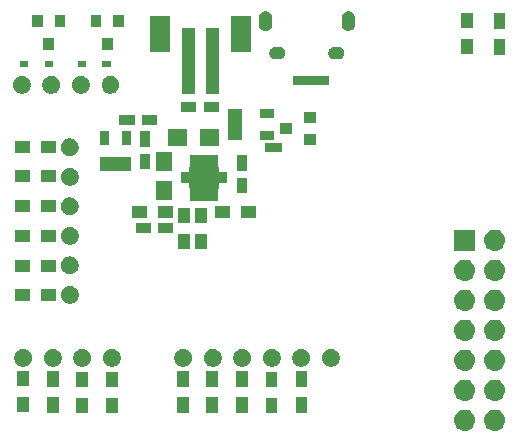
<source format=gbr>
G04 #@! TF.GenerationSoftware,KiCad,Pcbnew,(5.1.2)-1*
G04 #@! TF.CreationDate,2020-12-24T11:55:47-05:00*
G04 #@! TF.ProjectId,Glove PCB,476c6f76-6520-4504-9342-2e6b69636164,rev?*
G04 #@! TF.SameCoordinates,PX1312d00PYb80f240*
G04 #@! TF.FileFunction,Soldermask,Bot*
G04 #@! TF.FilePolarity,Negative*
%FSLAX46Y46*%
G04 Gerber Fmt 4.6, Leading zero omitted, Abs format (unit mm)*
G04 Created by KiCad (PCBNEW (5.1.2)-1) date 2020-12-24 11:55:47*
%MOMM*%
%LPD*%
G04 APERTURE LIST*
%ADD10C,0.100000*%
G04 APERTURE END LIST*
D10*
G36*
X40714842Y3445282D02*
G01*
X40781027Y3438763D01*
X40950866Y3387243D01*
X41107391Y3303578D01*
X41143129Y3274248D01*
X41244586Y3190986D01*
X41327848Y3089529D01*
X41357178Y3053791D01*
X41440843Y2897266D01*
X41492363Y2727427D01*
X41509759Y2550800D01*
X41492363Y2374173D01*
X41440843Y2204334D01*
X41357178Y2047809D01*
X41327848Y2012071D01*
X41244586Y1910614D01*
X41143129Y1827352D01*
X41107391Y1798022D01*
X40950866Y1714357D01*
X40781027Y1662837D01*
X40714842Y1656318D01*
X40648660Y1649800D01*
X40560140Y1649800D01*
X40493958Y1656318D01*
X40427773Y1662837D01*
X40257934Y1714357D01*
X40101409Y1798022D01*
X40065671Y1827352D01*
X39964214Y1910614D01*
X39880952Y2012071D01*
X39851622Y2047809D01*
X39767957Y2204334D01*
X39716437Y2374173D01*
X39699041Y2550800D01*
X39716437Y2727427D01*
X39767957Y2897266D01*
X39851622Y3053791D01*
X39880952Y3089529D01*
X39964214Y3190986D01*
X40065671Y3274248D01*
X40101409Y3303578D01*
X40257934Y3387243D01*
X40427773Y3438763D01*
X40493958Y3445282D01*
X40560140Y3451800D01*
X40648660Y3451800D01*
X40714842Y3445282D01*
X40714842Y3445282D01*
G37*
G36*
X43254842Y3445282D02*
G01*
X43321027Y3438763D01*
X43490866Y3387243D01*
X43647391Y3303578D01*
X43683129Y3274248D01*
X43784586Y3190986D01*
X43867848Y3089529D01*
X43897178Y3053791D01*
X43980843Y2897266D01*
X44032363Y2727427D01*
X44049759Y2550800D01*
X44032363Y2374173D01*
X43980843Y2204334D01*
X43897178Y2047809D01*
X43867848Y2012071D01*
X43784586Y1910614D01*
X43683129Y1827352D01*
X43647391Y1798022D01*
X43490866Y1714357D01*
X43321027Y1662837D01*
X43254842Y1656318D01*
X43188660Y1649800D01*
X43100140Y1649800D01*
X43033958Y1656318D01*
X42967773Y1662837D01*
X42797934Y1714357D01*
X42641409Y1798022D01*
X42605671Y1827352D01*
X42504214Y1910614D01*
X42420952Y2012071D01*
X42391622Y2047809D01*
X42307957Y2204334D01*
X42256437Y2374173D01*
X42239041Y2550800D01*
X42256437Y2727427D01*
X42307957Y2897266D01*
X42391622Y3053791D01*
X42420952Y3089529D01*
X42504214Y3190986D01*
X42605671Y3274248D01*
X42641409Y3303578D01*
X42797934Y3387243D01*
X42967773Y3438763D01*
X43033958Y3445282D01*
X43100140Y3451800D01*
X43188660Y3451800D01*
X43254842Y3445282D01*
X43254842Y3445282D01*
G37*
G36*
X24760500Y3162000D02*
G01*
X23758500Y3162000D01*
X23758500Y4464000D01*
X24760500Y4464000D01*
X24760500Y3162000D01*
X24760500Y3162000D01*
G37*
G36*
X11235000Y3162000D02*
G01*
X10233000Y3162000D01*
X10233000Y4464000D01*
X11235000Y4464000D01*
X11235000Y3162000D01*
X11235000Y3162000D01*
G37*
G36*
X8695000Y3162000D02*
G01*
X7693000Y3162000D01*
X7693000Y4464000D01*
X8695000Y4464000D01*
X8695000Y3162000D01*
X8695000Y3162000D01*
G37*
G36*
X6282000Y3205000D02*
G01*
X5280000Y3205000D01*
X5280000Y4507000D01*
X6282000Y4507000D01*
X6282000Y3205000D01*
X6282000Y3205000D01*
G37*
G36*
X27300500Y3205000D02*
G01*
X26298500Y3205000D01*
X26298500Y4507000D01*
X27300500Y4507000D01*
X27300500Y3205000D01*
X27300500Y3205000D01*
G37*
G36*
X22284000Y3205000D02*
G01*
X21282000Y3205000D01*
X21282000Y4507000D01*
X22284000Y4507000D01*
X22284000Y3205000D01*
X22284000Y3205000D01*
G37*
G36*
X19744000Y3205000D02*
G01*
X18742000Y3205000D01*
X18742000Y4507000D01*
X19744000Y4507000D01*
X19744000Y3205000D01*
X19744000Y3205000D01*
G37*
G36*
X17267500Y3205000D02*
G01*
X16265500Y3205000D01*
X16265500Y4507000D01*
X17267500Y4507000D01*
X17267500Y3205000D01*
X17267500Y3205000D01*
G37*
G36*
X3742000Y3246000D02*
G01*
X2740000Y3246000D01*
X2740000Y4548000D01*
X3742000Y4548000D01*
X3742000Y3246000D01*
X3742000Y3246000D01*
G37*
G36*
X43254843Y5985281D02*
G01*
X43321027Y5978763D01*
X43490866Y5927243D01*
X43647391Y5843578D01*
X43683129Y5814248D01*
X43784586Y5730986D01*
X43867848Y5629529D01*
X43897178Y5593791D01*
X43980843Y5437266D01*
X44032363Y5267427D01*
X44049759Y5090800D01*
X44032363Y4914173D01*
X43980843Y4744334D01*
X43897178Y4587809D01*
X43867848Y4552071D01*
X43784586Y4450614D01*
X43683129Y4367352D01*
X43647391Y4338022D01*
X43490866Y4254357D01*
X43321027Y4202837D01*
X43254843Y4196319D01*
X43188660Y4189800D01*
X43100140Y4189800D01*
X43033957Y4196319D01*
X42967773Y4202837D01*
X42797934Y4254357D01*
X42641409Y4338022D01*
X42605671Y4367352D01*
X42504214Y4450614D01*
X42420952Y4552071D01*
X42391622Y4587809D01*
X42307957Y4744334D01*
X42256437Y4914173D01*
X42239041Y5090800D01*
X42256437Y5267427D01*
X42307957Y5437266D01*
X42391622Y5593791D01*
X42420952Y5629529D01*
X42504214Y5730986D01*
X42605671Y5814248D01*
X42641409Y5843578D01*
X42797934Y5927243D01*
X42967773Y5978763D01*
X43033957Y5985281D01*
X43100140Y5991800D01*
X43188660Y5991800D01*
X43254843Y5985281D01*
X43254843Y5985281D01*
G37*
G36*
X40714843Y5985281D02*
G01*
X40781027Y5978763D01*
X40950866Y5927243D01*
X41107391Y5843578D01*
X41143129Y5814248D01*
X41244586Y5730986D01*
X41327848Y5629529D01*
X41357178Y5593791D01*
X41440843Y5437266D01*
X41492363Y5267427D01*
X41509759Y5090800D01*
X41492363Y4914173D01*
X41440843Y4744334D01*
X41357178Y4587809D01*
X41327848Y4552071D01*
X41244586Y4450614D01*
X41143129Y4367352D01*
X41107391Y4338022D01*
X40950866Y4254357D01*
X40781027Y4202837D01*
X40714843Y4196319D01*
X40648660Y4189800D01*
X40560140Y4189800D01*
X40493957Y4196319D01*
X40427773Y4202837D01*
X40257934Y4254357D01*
X40101409Y4338022D01*
X40065671Y4367352D01*
X39964214Y4450614D01*
X39880952Y4552071D01*
X39851622Y4587809D01*
X39767957Y4744334D01*
X39716437Y4914173D01*
X39699041Y5090800D01*
X39716437Y5267427D01*
X39767957Y5437266D01*
X39851622Y5593791D01*
X39880952Y5629529D01*
X39964214Y5730986D01*
X40065671Y5814248D01*
X40101409Y5843578D01*
X40257934Y5927243D01*
X40427773Y5978763D01*
X40493957Y5985281D01*
X40560140Y5991800D01*
X40648660Y5991800D01*
X40714843Y5985281D01*
X40714843Y5985281D01*
G37*
G36*
X8695000Y5362000D02*
G01*
X7693000Y5362000D01*
X7693000Y6664000D01*
X8695000Y6664000D01*
X8695000Y5362000D01*
X8695000Y5362000D01*
G37*
G36*
X11235000Y5362000D02*
G01*
X10233000Y5362000D01*
X10233000Y6664000D01*
X11235000Y6664000D01*
X11235000Y5362000D01*
X11235000Y5362000D01*
G37*
G36*
X24760500Y5362000D02*
G01*
X23758500Y5362000D01*
X23758500Y6664000D01*
X24760500Y6664000D01*
X24760500Y5362000D01*
X24760500Y5362000D01*
G37*
G36*
X19744000Y5405000D02*
G01*
X18742000Y5405000D01*
X18742000Y6707000D01*
X19744000Y6707000D01*
X19744000Y5405000D01*
X19744000Y5405000D01*
G37*
G36*
X6282000Y5405000D02*
G01*
X5280000Y5405000D01*
X5280000Y6707000D01*
X6282000Y6707000D01*
X6282000Y5405000D01*
X6282000Y5405000D01*
G37*
G36*
X17267500Y5405000D02*
G01*
X16265500Y5405000D01*
X16265500Y6707000D01*
X17267500Y6707000D01*
X17267500Y5405000D01*
X17267500Y5405000D01*
G37*
G36*
X27300500Y5405000D02*
G01*
X26298500Y5405000D01*
X26298500Y6707000D01*
X27300500Y6707000D01*
X27300500Y5405000D01*
X27300500Y5405000D01*
G37*
G36*
X22284000Y5405000D02*
G01*
X21282000Y5405000D01*
X21282000Y6707000D01*
X22284000Y6707000D01*
X22284000Y5405000D01*
X22284000Y5405000D01*
G37*
G36*
X3742000Y5446000D02*
G01*
X2740000Y5446000D01*
X2740000Y6748000D01*
X3742000Y6748000D01*
X3742000Y5446000D01*
X3742000Y5446000D01*
G37*
G36*
X40714843Y8525281D02*
G01*
X40781027Y8518763D01*
X40950866Y8467243D01*
X41107391Y8383578D01*
X41143129Y8354248D01*
X41244586Y8270986D01*
X41327848Y8169529D01*
X41357178Y8133791D01*
X41440843Y7977266D01*
X41492363Y7807427D01*
X41509759Y7630800D01*
X41492363Y7454173D01*
X41440843Y7284334D01*
X41357178Y7127809D01*
X41345273Y7113303D01*
X41244586Y6990614D01*
X41143129Y6907352D01*
X41107391Y6878022D01*
X40950866Y6794357D01*
X40781027Y6742837D01*
X40714843Y6736319D01*
X40648660Y6729800D01*
X40560140Y6729800D01*
X40493957Y6736319D01*
X40427773Y6742837D01*
X40257934Y6794357D01*
X40101409Y6878022D01*
X40065671Y6907352D01*
X39964214Y6990614D01*
X39863527Y7113303D01*
X39851622Y7127809D01*
X39767957Y7284334D01*
X39716437Y7454173D01*
X39699041Y7630800D01*
X39716437Y7807427D01*
X39767957Y7977266D01*
X39851622Y8133791D01*
X39880952Y8169529D01*
X39964214Y8270986D01*
X40065671Y8354248D01*
X40101409Y8383578D01*
X40257934Y8467243D01*
X40427773Y8518763D01*
X40493957Y8525281D01*
X40560140Y8531800D01*
X40648660Y8531800D01*
X40714843Y8525281D01*
X40714843Y8525281D01*
G37*
G36*
X43254843Y8525281D02*
G01*
X43321027Y8518763D01*
X43490866Y8467243D01*
X43647391Y8383578D01*
X43683129Y8354248D01*
X43784586Y8270986D01*
X43867848Y8169529D01*
X43897178Y8133791D01*
X43980843Y7977266D01*
X44032363Y7807427D01*
X44049759Y7630800D01*
X44032363Y7454173D01*
X43980843Y7284334D01*
X43897178Y7127809D01*
X43885273Y7113303D01*
X43784586Y6990614D01*
X43683129Y6907352D01*
X43647391Y6878022D01*
X43490866Y6794357D01*
X43321027Y6742837D01*
X43254843Y6736319D01*
X43188660Y6729800D01*
X43100140Y6729800D01*
X43033957Y6736319D01*
X42967773Y6742837D01*
X42797934Y6794357D01*
X42641409Y6878022D01*
X42605671Y6907352D01*
X42504214Y6990614D01*
X42403527Y7113303D01*
X42391622Y7127809D01*
X42307957Y7284334D01*
X42256437Y7454173D01*
X42239041Y7630800D01*
X42256437Y7807427D01*
X42307957Y7977266D01*
X42391622Y8133791D01*
X42420952Y8169529D01*
X42504214Y8270986D01*
X42605671Y8354248D01*
X42641409Y8383578D01*
X42797934Y8467243D01*
X42967773Y8518763D01*
X43033957Y8525281D01*
X43100140Y8531800D01*
X43188660Y8531800D01*
X43254843Y8525281D01*
X43254843Y8525281D01*
G37*
G36*
X3328425Y8579401D02*
G01*
X3452621Y8554698D01*
X3589022Y8498199D01*
X3711779Y8416175D01*
X3816175Y8311779D01*
X3898199Y8189022D01*
X3954698Y8052621D01*
X3983500Y7907819D01*
X3983500Y7760181D01*
X3954698Y7615379D01*
X3898199Y7478978D01*
X3816175Y7356221D01*
X3711779Y7251825D01*
X3589022Y7169801D01*
X3452621Y7113302D01*
X3328425Y7088599D01*
X3307820Y7084500D01*
X3160180Y7084500D01*
X3139575Y7088599D01*
X3015379Y7113302D01*
X2878978Y7169801D01*
X2756221Y7251825D01*
X2651825Y7356221D01*
X2569801Y7478978D01*
X2513302Y7615379D01*
X2484500Y7760181D01*
X2484500Y7907819D01*
X2513302Y8052621D01*
X2569801Y8189022D01*
X2651825Y8311779D01*
X2756221Y8416175D01*
X2878978Y8498199D01*
X3015379Y8554698D01*
X3139575Y8579401D01*
X3160180Y8583500D01*
X3307820Y8583500D01*
X3328425Y8579401D01*
X3328425Y8579401D01*
G37*
G36*
X29370425Y8579401D02*
G01*
X29494621Y8554698D01*
X29631022Y8498199D01*
X29753779Y8416175D01*
X29858175Y8311779D01*
X29940199Y8189022D01*
X29996698Y8052621D01*
X30025500Y7907819D01*
X30025500Y7760181D01*
X29996698Y7615379D01*
X29940199Y7478978D01*
X29858175Y7356221D01*
X29753779Y7251825D01*
X29631022Y7169801D01*
X29494621Y7113302D01*
X29370425Y7088599D01*
X29349820Y7084500D01*
X29202180Y7084500D01*
X29181575Y7088599D01*
X29057379Y7113302D01*
X28920978Y7169801D01*
X28798221Y7251825D01*
X28693825Y7356221D01*
X28611801Y7478978D01*
X28555302Y7615379D01*
X28526500Y7760181D01*
X28526500Y7907819D01*
X28555302Y8052621D01*
X28611801Y8189022D01*
X28693825Y8311779D01*
X28798221Y8416175D01*
X28920978Y8498199D01*
X29057379Y8554698D01*
X29181575Y8579401D01*
X29202180Y8583500D01*
X29349820Y8583500D01*
X29370425Y8579401D01*
X29370425Y8579401D01*
G37*
G36*
X26870425Y8579401D02*
G01*
X26994621Y8554698D01*
X27131022Y8498199D01*
X27253779Y8416175D01*
X27358175Y8311779D01*
X27440199Y8189022D01*
X27496698Y8052621D01*
X27525500Y7907819D01*
X27525500Y7760181D01*
X27496698Y7615379D01*
X27440199Y7478978D01*
X27358175Y7356221D01*
X27253779Y7251825D01*
X27131022Y7169801D01*
X26994621Y7113302D01*
X26870425Y7088599D01*
X26849820Y7084500D01*
X26702180Y7084500D01*
X26681575Y7088599D01*
X26557379Y7113302D01*
X26420978Y7169801D01*
X26298221Y7251825D01*
X26193825Y7356221D01*
X26111801Y7478978D01*
X26055302Y7615379D01*
X26026500Y7760181D01*
X26026500Y7907819D01*
X26055302Y8052621D01*
X26111801Y8189022D01*
X26193825Y8311779D01*
X26298221Y8416175D01*
X26420978Y8498199D01*
X26557379Y8554698D01*
X26681575Y8579401D01*
X26702180Y8583500D01*
X26849820Y8583500D01*
X26870425Y8579401D01*
X26870425Y8579401D01*
G37*
G36*
X5828425Y8579401D02*
G01*
X5952621Y8554698D01*
X6089022Y8498199D01*
X6211779Y8416175D01*
X6316175Y8311779D01*
X6398199Y8189022D01*
X6454698Y8052621D01*
X6483500Y7907819D01*
X6483500Y7760181D01*
X6454698Y7615379D01*
X6398199Y7478978D01*
X6316175Y7356221D01*
X6211779Y7251825D01*
X6089022Y7169801D01*
X5952621Y7113302D01*
X5828425Y7088599D01*
X5807820Y7084500D01*
X5660180Y7084500D01*
X5639575Y7088599D01*
X5515379Y7113302D01*
X5378978Y7169801D01*
X5256221Y7251825D01*
X5151825Y7356221D01*
X5069801Y7478978D01*
X5013302Y7615379D01*
X4984500Y7760181D01*
X4984500Y7907819D01*
X5013302Y8052621D01*
X5069801Y8189022D01*
X5151825Y8311779D01*
X5256221Y8416175D01*
X5378978Y8498199D01*
X5515379Y8554698D01*
X5639575Y8579401D01*
X5660180Y8583500D01*
X5807820Y8583500D01*
X5828425Y8579401D01*
X5828425Y8579401D01*
G37*
G36*
X8328425Y8579401D02*
G01*
X8452621Y8554698D01*
X8589022Y8498199D01*
X8711779Y8416175D01*
X8816175Y8311779D01*
X8898199Y8189022D01*
X8954698Y8052621D01*
X8983500Y7907819D01*
X8983500Y7760181D01*
X8954698Y7615379D01*
X8898199Y7478978D01*
X8816175Y7356221D01*
X8711779Y7251825D01*
X8589022Y7169801D01*
X8452621Y7113302D01*
X8328425Y7088599D01*
X8307820Y7084500D01*
X8160180Y7084500D01*
X8139575Y7088599D01*
X8015379Y7113302D01*
X7878978Y7169801D01*
X7756221Y7251825D01*
X7651825Y7356221D01*
X7569801Y7478978D01*
X7513302Y7615379D01*
X7484500Y7760181D01*
X7484500Y7907819D01*
X7513302Y8052621D01*
X7569801Y8189022D01*
X7651825Y8311779D01*
X7756221Y8416175D01*
X7878978Y8498199D01*
X8015379Y8554698D01*
X8139575Y8579401D01*
X8160180Y8583500D01*
X8307820Y8583500D01*
X8328425Y8579401D01*
X8328425Y8579401D01*
G37*
G36*
X16870425Y8579401D02*
G01*
X16994621Y8554698D01*
X17131022Y8498199D01*
X17253779Y8416175D01*
X17358175Y8311779D01*
X17440199Y8189022D01*
X17496698Y8052621D01*
X17525500Y7907819D01*
X17525500Y7760181D01*
X17496698Y7615379D01*
X17440199Y7478978D01*
X17358175Y7356221D01*
X17253779Y7251825D01*
X17131022Y7169801D01*
X16994621Y7113302D01*
X16870425Y7088599D01*
X16849820Y7084500D01*
X16702180Y7084500D01*
X16681575Y7088599D01*
X16557379Y7113302D01*
X16420978Y7169801D01*
X16298221Y7251825D01*
X16193825Y7356221D01*
X16111801Y7478978D01*
X16055302Y7615379D01*
X16026500Y7760181D01*
X16026500Y7907819D01*
X16055302Y8052621D01*
X16111801Y8189022D01*
X16193825Y8311779D01*
X16298221Y8416175D01*
X16420978Y8498199D01*
X16557379Y8554698D01*
X16681575Y8579401D01*
X16702180Y8583500D01*
X16849820Y8583500D01*
X16870425Y8579401D01*
X16870425Y8579401D01*
G37*
G36*
X19370425Y8579401D02*
G01*
X19494621Y8554698D01*
X19631022Y8498199D01*
X19753779Y8416175D01*
X19858175Y8311779D01*
X19940199Y8189022D01*
X19996698Y8052621D01*
X20025500Y7907819D01*
X20025500Y7760181D01*
X19996698Y7615379D01*
X19940199Y7478978D01*
X19858175Y7356221D01*
X19753779Y7251825D01*
X19631022Y7169801D01*
X19494621Y7113302D01*
X19370425Y7088599D01*
X19349820Y7084500D01*
X19202180Y7084500D01*
X19181575Y7088599D01*
X19057379Y7113302D01*
X18920978Y7169801D01*
X18798221Y7251825D01*
X18693825Y7356221D01*
X18611801Y7478978D01*
X18555302Y7615379D01*
X18526500Y7760181D01*
X18526500Y7907819D01*
X18555302Y8052621D01*
X18611801Y8189022D01*
X18693825Y8311779D01*
X18798221Y8416175D01*
X18920978Y8498199D01*
X19057379Y8554698D01*
X19181575Y8579401D01*
X19202180Y8583500D01*
X19349820Y8583500D01*
X19370425Y8579401D01*
X19370425Y8579401D01*
G37*
G36*
X21870425Y8579401D02*
G01*
X21994621Y8554698D01*
X22131022Y8498199D01*
X22253779Y8416175D01*
X22358175Y8311779D01*
X22440199Y8189022D01*
X22496698Y8052621D01*
X22525500Y7907819D01*
X22525500Y7760181D01*
X22496698Y7615379D01*
X22440199Y7478978D01*
X22358175Y7356221D01*
X22253779Y7251825D01*
X22131022Y7169801D01*
X21994621Y7113302D01*
X21870425Y7088599D01*
X21849820Y7084500D01*
X21702180Y7084500D01*
X21681575Y7088599D01*
X21557379Y7113302D01*
X21420978Y7169801D01*
X21298221Y7251825D01*
X21193825Y7356221D01*
X21111801Y7478978D01*
X21055302Y7615379D01*
X21026500Y7760181D01*
X21026500Y7907819D01*
X21055302Y8052621D01*
X21111801Y8189022D01*
X21193825Y8311779D01*
X21298221Y8416175D01*
X21420978Y8498199D01*
X21557379Y8554698D01*
X21681575Y8579401D01*
X21702180Y8583500D01*
X21849820Y8583500D01*
X21870425Y8579401D01*
X21870425Y8579401D01*
G37*
G36*
X24370425Y8579401D02*
G01*
X24494621Y8554698D01*
X24631022Y8498199D01*
X24753779Y8416175D01*
X24858175Y8311779D01*
X24940199Y8189022D01*
X24996698Y8052621D01*
X25025500Y7907819D01*
X25025500Y7760181D01*
X24996698Y7615379D01*
X24940199Y7478978D01*
X24858175Y7356221D01*
X24753779Y7251825D01*
X24631022Y7169801D01*
X24494621Y7113302D01*
X24370425Y7088599D01*
X24349820Y7084500D01*
X24202180Y7084500D01*
X24181575Y7088599D01*
X24057379Y7113302D01*
X23920978Y7169801D01*
X23798221Y7251825D01*
X23693825Y7356221D01*
X23611801Y7478978D01*
X23555302Y7615379D01*
X23526500Y7760181D01*
X23526500Y7907819D01*
X23555302Y8052621D01*
X23611801Y8189022D01*
X23693825Y8311779D01*
X23798221Y8416175D01*
X23920978Y8498199D01*
X24057379Y8554698D01*
X24181575Y8579401D01*
X24202180Y8583500D01*
X24349820Y8583500D01*
X24370425Y8579401D01*
X24370425Y8579401D01*
G37*
G36*
X10828425Y8579401D02*
G01*
X10952621Y8554698D01*
X11089022Y8498199D01*
X11211779Y8416175D01*
X11316175Y8311779D01*
X11398199Y8189022D01*
X11454698Y8052621D01*
X11483500Y7907819D01*
X11483500Y7760181D01*
X11454698Y7615379D01*
X11398199Y7478978D01*
X11316175Y7356221D01*
X11211779Y7251825D01*
X11089022Y7169801D01*
X10952621Y7113302D01*
X10828425Y7088599D01*
X10807820Y7084500D01*
X10660180Y7084500D01*
X10639575Y7088599D01*
X10515379Y7113302D01*
X10378978Y7169801D01*
X10256221Y7251825D01*
X10151825Y7356221D01*
X10069801Y7478978D01*
X10013302Y7615379D01*
X9984500Y7760181D01*
X9984500Y7907819D01*
X10013302Y8052621D01*
X10069801Y8189022D01*
X10151825Y8311779D01*
X10256221Y8416175D01*
X10378978Y8498199D01*
X10515379Y8554698D01*
X10639575Y8579401D01*
X10660180Y8583500D01*
X10807820Y8583500D01*
X10828425Y8579401D01*
X10828425Y8579401D01*
G37*
G36*
X43254843Y11065281D02*
G01*
X43321027Y11058763D01*
X43490866Y11007243D01*
X43647391Y10923578D01*
X43683129Y10894248D01*
X43784586Y10810986D01*
X43867848Y10709529D01*
X43897178Y10673791D01*
X43980843Y10517266D01*
X44032363Y10347427D01*
X44049759Y10170800D01*
X44032363Y9994173D01*
X43980843Y9824334D01*
X43897178Y9667809D01*
X43867848Y9632071D01*
X43784586Y9530614D01*
X43683129Y9447352D01*
X43647391Y9418022D01*
X43490866Y9334357D01*
X43321027Y9282837D01*
X43254842Y9276318D01*
X43188660Y9269800D01*
X43100140Y9269800D01*
X43033958Y9276318D01*
X42967773Y9282837D01*
X42797934Y9334357D01*
X42641409Y9418022D01*
X42605671Y9447352D01*
X42504214Y9530614D01*
X42420952Y9632071D01*
X42391622Y9667809D01*
X42307957Y9824334D01*
X42256437Y9994173D01*
X42239041Y10170800D01*
X42256437Y10347427D01*
X42307957Y10517266D01*
X42391622Y10673791D01*
X42420952Y10709529D01*
X42504214Y10810986D01*
X42605671Y10894248D01*
X42641409Y10923578D01*
X42797934Y11007243D01*
X42967773Y11058763D01*
X43033957Y11065281D01*
X43100140Y11071800D01*
X43188660Y11071800D01*
X43254843Y11065281D01*
X43254843Y11065281D01*
G37*
G36*
X40714843Y11065281D02*
G01*
X40781027Y11058763D01*
X40950866Y11007243D01*
X41107391Y10923578D01*
X41143129Y10894248D01*
X41244586Y10810986D01*
X41327848Y10709529D01*
X41357178Y10673791D01*
X41440843Y10517266D01*
X41492363Y10347427D01*
X41509759Y10170800D01*
X41492363Y9994173D01*
X41440843Y9824334D01*
X41357178Y9667809D01*
X41327848Y9632071D01*
X41244586Y9530614D01*
X41143129Y9447352D01*
X41107391Y9418022D01*
X40950866Y9334357D01*
X40781027Y9282837D01*
X40714842Y9276318D01*
X40648660Y9269800D01*
X40560140Y9269800D01*
X40493958Y9276318D01*
X40427773Y9282837D01*
X40257934Y9334357D01*
X40101409Y9418022D01*
X40065671Y9447352D01*
X39964214Y9530614D01*
X39880952Y9632071D01*
X39851622Y9667809D01*
X39767957Y9824334D01*
X39716437Y9994173D01*
X39699041Y10170800D01*
X39716437Y10347427D01*
X39767957Y10517266D01*
X39851622Y10673791D01*
X39880952Y10709529D01*
X39964214Y10810986D01*
X40065671Y10894248D01*
X40101409Y10923578D01*
X40257934Y11007243D01*
X40427773Y11058763D01*
X40493957Y11065281D01*
X40560140Y11071800D01*
X40648660Y11071800D01*
X40714843Y11065281D01*
X40714843Y11065281D01*
G37*
G36*
X43254842Y13605282D02*
G01*
X43321027Y13598763D01*
X43490866Y13547243D01*
X43647391Y13463578D01*
X43683129Y13434248D01*
X43784586Y13350986D01*
X43867848Y13249529D01*
X43897178Y13213791D01*
X43980843Y13057266D01*
X44032363Y12887427D01*
X44049759Y12710800D01*
X44032363Y12534173D01*
X43980843Y12364334D01*
X43897178Y12207809D01*
X43867848Y12172071D01*
X43784586Y12070614D01*
X43683129Y11987352D01*
X43647391Y11958022D01*
X43490866Y11874357D01*
X43321027Y11822837D01*
X43254843Y11816319D01*
X43188660Y11809800D01*
X43100140Y11809800D01*
X43033957Y11816319D01*
X42967773Y11822837D01*
X42797934Y11874357D01*
X42641409Y11958022D01*
X42605671Y11987352D01*
X42504214Y12070614D01*
X42420952Y12172071D01*
X42391622Y12207809D01*
X42307957Y12364334D01*
X42256437Y12534173D01*
X42239041Y12710800D01*
X42256437Y12887427D01*
X42307957Y13057266D01*
X42391622Y13213791D01*
X42420952Y13249529D01*
X42504214Y13350986D01*
X42605671Y13434248D01*
X42641409Y13463578D01*
X42797934Y13547243D01*
X42967773Y13598763D01*
X43033958Y13605282D01*
X43100140Y13611800D01*
X43188660Y13611800D01*
X43254842Y13605282D01*
X43254842Y13605282D01*
G37*
G36*
X40714842Y13605282D02*
G01*
X40781027Y13598763D01*
X40950866Y13547243D01*
X41107391Y13463578D01*
X41143129Y13434248D01*
X41244586Y13350986D01*
X41327848Y13249529D01*
X41357178Y13213791D01*
X41440843Y13057266D01*
X41492363Y12887427D01*
X41509759Y12710800D01*
X41492363Y12534173D01*
X41440843Y12364334D01*
X41357178Y12207809D01*
X41327848Y12172071D01*
X41244586Y12070614D01*
X41143129Y11987352D01*
X41107391Y11958022D01*
X40950866Y11874357D01*
X40781027Y11822837D01*
X40714843Y11816319D01*
X40648660Y11809800D01*
X40560140Y11809800D01*
X40493957Y11816319D01*
X40427773Y11822837D01*
X40257934Y11874357D01*
X40101409Y11958022D01*
X40065671Y11987352D01*
X39964214Y12070614D01*
X39880952Y12172071D01*
X39851622Y12207809D01*
X39767957Y12364334D01*
X39716437Y12534173D01*
X39699041Y12710800D01*
X39716437Y12887427D01*
X39767957Y13057266D01*
X39851622Y13213791D01*
X39880952Y13249529D01*
X39964214Y13350986D01*
X40065671Y13434248D01*
X40101409Y13463578D01*
X40257934Y13547243D01*
X40427773Y13598763D01*
X40493958Y13605282D01*
X40560140Y13611800D01*
X40648660Y13611800D01*
X40714842Y13605282D01*
X40714842Y13605282D01*
G37*
G36*
X7272425Y13913401D02*
G01*
X7396621Y13888698D01*
X7533022Y13832199D01*
X7655779Y13750175D01*
X7760175Y13645779D01*
X7842199Y13523022D01*
X7898698Y13386621D01*
X7927500Y13241819D01*
X7927500Y13094181D01*
X7898698Y12949379D01*
X7842199Y12812978D01*
X7760175Y12690221D01*
X7655779Y12585825D01*
X7533022Y12503801D01*
X7396621Y12447302D01*
X7272425Y12422599D01*
X7251820Y12418500D01*
X7104180Y12418500D01*
X7083575Y12422599D01*
X6959379Y12447302D01*
X6822978Y12503801D01*
X6700221Y12585825D01*
X6595825Y12690221D01*
X6513801Y12812978D01*
X6457302Y12949379D01*
X6428500Y13094181D01*
X6428500Y13241819D01*
X6457302Y13386621D01*
X6513801Y13523022D01*
X6595825Y13645779D01*
X6700221Y13750175D01*
X6822978Y13832199D01*
X6959379Y13888698D01*
X7083575Y13913401D01*
X7104180Y13917500D01*
X7251820Y13917500D01*
X7272425Y13913401D01*
X7272425Y13913401D01*
G37*
G36*
X6051000Y12667000D02*
G01*
X4749000Y12667000D01*
X4749000Y13669000D01*
X6051000Y13669000D01*
X6051000Y12667000D01*
X6051000Y12667000D01*
G37*
G36*
X3851000Y12667000D02*
G01*
X2549000Y12667000D01*
X2549000Y13669000D01*
X3851000Y13669000D01*
X3851000Y12667000D01*
X3851000Y12667000D01*
G37*
G36*
X43249791Y16145779D02*
G01*
X43321027Y16138763D01*
X43490866Y16087243D01*
X43647391Y16003578D01*
X43683129Y15974248D01*
X43784586Y15890986D01*
X43867848Y15789529D01*
X43897178Y15753791D01*
X43980843Y15597266D01*
X44032363Y15427427D01*
X44049759Y15250800D01*
X44032363Y15074173D01*
X43980843Y14904334D01*
X43897178Y14747809D01*
X43867848Y14712071D01*
X43784586Y14610614D01*
X43683129Y14527352D01*
X43647391Y14498022D01*
X43490866Y14414357D01*
X43321027Y14362837D01*
X43254843Y14356319D01*
X43188660Y14349800D01*
X43100140Y14349800D01*
X43033957Y14356319D01*
X42967773Y14362837D01*
X42797934Y14414357D01*
X42641409Y14498022D01*
X42605671Y14527352D01*
X42504214Y14610614D01*
X42420952Y14712071D01*
X42391622Y14747809D01*
X42307957Y14904334D01*
X42256437Y15074173D01*
X42239041Y15250800D01*
X42256437Y15427427D01*
X42307957Y15597266D01*
X42391622Y15753791D01*
X42420952Y15789529D01*
X42504214Y15890986D01*
X42605671Y15974248D01*
X42641409Y16003578D01*
X42797934Y16087243D01*
X42967773Y16138763D01*
X43039009Y16145779D01*
X43100140Y16151800D01*
X43188660Y16151800D01*
X43249791Y16145779D01*
X43249791Y16145779D01*
G37*
G36*
X40709791Y16145779D02*
G01*
X40781027Y16138763D01*
X40950866Y16087243D01*
X41107391Y16003578D01*
X41143129Y15974248D01*
X41244586Y15890986D01*
X41327848Y15789529D01*
X41357178Y15753791D01*
X41440843Y15597266D01*
X41492363Y15427427D01*
X41509759Y15250800D01*
X41492363Y15074173D01*
X41440843Y14904334D01*
X41357178Y14747809D01*
X41327848Y14712071D01*
X41244586Y14610614D01*
X41143129Y14527352D01*
X41107391Y14498022D01*
X40950866Y14414357D01*
X40781027Y14362837D01*
X40714843Y14356319D01*
X40648660Y14349800D01*
X40560140Y14349800D01*
X40493957Y14356319D01*
X40427773Y14362837D01*
X40257934Y14414357D01*
X40101409Y14498022D01*
X40065671Y14527352D01*
X39964214Y14610614D01*
X39880952Y14712071D01*
X39851622Y14747809D01*
X39767957Y14904334D01*
X39716437Y15074173D01*
X39699041Y15250800D01*
X39716437Y15427427D01*
X39767957Y15597266D01*
X39851622Y15753791D01*
X39880952Y15789529D01*
X39964214Y15890986D01*
X40065671Y15974248D01*
X40101409Y16003578D01*
X40257934Y16087243D01*
X40427773Y16138763D01*
X40499009Y16145779D01*
X40560140Y16151800D01*
X40648660Y16151800D01*
X40709791Y16145779D01*
X40709791Y16145779D01*
G37*
G36*
X7272425Y16413401D02*
G01*
X7396621Y16388698D01*
X7533022Y16332199D01*
X7655779Y16250175D01*
X7760175Y16145779D01*
X7842199Y16023022D01*
X7898698Y15886621D01*
X7927500Y15741819D01*
X7927500Y15594181D01*
X7898698Y15449379D01*
X7842199Y15312978D01*
X7760175Y15190221D01*
X7655779Y15085825D01*
X7533022Y15003801D01*
X7396621Y14947302D01*
X7272425Y14922599D01*
X7251820Y14918500D01*
X7104180Y14918500D01*
X7083575Y14922599D01*
X6959379Y14947302D01*
X6822978Y15003801D01*
X6700221Y15085825D01*
X6595825Y15190221D01*
X6513801Y15312978D01*
X6457302Y15449379D01*
X6428500Y15594181D01*
X6428500Y15741819D01*
X6457302Y15886621D01*
X6513801Y16023022D01*
X6595825Y16145779D01*
X6700221Y16250175D01*
X6822978Y16332199D01*
X6959379Y16388698D01*
X7083575Y16413401D01*
X7104180Y16417500D01*
X7251820Y16417500D01*
X7272425Y16413401D01*
X7272425Y16413401D01*
G37*
G36*
X6051000Y15143500D02*
G01*
X4749000Y15143500D01*
X4749000Y16145500D01*
X6051000Y16145500D01*
X6051000Y15143500D01*
X6051000Y15143500D01*
G37*
G36*
X3851000Y15143500D02*
G01*
X2549000Y15143500D01*
X2549000Y16145500D01*
X3851000Y16145500D01*
X3851000Y15143500D01*
X3851000Y15143500D01*
G37*
G36*
X43252624Y18685500D02*
G01*
X43321027Y18678763D01*
X43490866Y18627243D01*
X43647391Y18543578D01*
X43672438Y18523022D01*
X43784586Y18430986D01*
X43867848Y18329529D01*
X43897178Y18293791D01*
X43980843Y18137266D01*
X44032363Y17967427D01*
X44049759Y17790800D01*
X44032363Y17614173D01*
X43980843Y17444334D01*
X43897178Y17287809D01*
X43867848Y17252071D01*
X43784586Y17150614D01*
X43683129Y17067352D01*
X43647391Y17038022D01*
X43490866Y16954357D01*
X43321027Y16902837D01*
X43254842Y16896318D01*
X43188660Y16889800D01*
X43100140Y16889800D01*
X43033958Y16896318D01*
X42967773Y16902837D01*
X42797934Y16954357D01*
X42641409Y17038022D01*
X42605671Y17067352D01*
X42504214Y17150614D01*
X42420952Y17252071D01*
X42391622Y17287809D01*
X42307957Y17444334D01*
X42256437Y17614173D01*
X42239041Y17790800D01*
X42256437Y17967427D01*
X42307957Y18137266D01*
X42391622Y18293791D01*
X42420952Y18329529D01*
X42504214Y18430986D01*
X42616362Y18523022D01*
X42641409Y18543578D01*
X42797934Y18627243D01*
X42967773Y18678763D01*
X43036176Y18685500D01*
X43100140Y18691800D01*
X43188660Y18691800D01*
X43252624Y18685500D01*
X43252624Y18685500D01*
G37*
G36*
X41505400Y16889800D02*
G01*
X39703400Y16889800D01*
X39703400Y18691800D01*
X41505400Y18691800D01*
X41505400Y16889800D01*
X41505400Y16889800D01*
G37*
G36*
X18791500Y17048000D02*
G01*
X17789500Y17048000D01*
X17789500Y18350000D01*
X18791500Y18350000D01*
X18791500Y17048000D01*
X18791500Y17048000D01*
G37*
G36*
X17331000Y17048000D02*
G01*
X16329000Y17048000D01*
X16329000Y18350000D01*
X17331000Y18350000D01*
X17331000Y17048000D01*
X17331000Y17048000D01*
G37*
G36*
X7272425Y18913401D02*
G01*
X7396621Y18888698D01*
X7533022Y18832199D01*
X7655779Y18750175D01*
X7760175Y18645779D01*
X7842199Y18523022D01*
X7898698Y18386621D01*
X7927500Y18241819D01*
X7927500Y18094181D01*
X7898698Y17949379D01*
X7842199Y17812978D01*
X7760175Y17690221D01*
X7655779Y17585825D01*
X7533022Y17503801D01*
X7396621Y17447302D01*
X7272425Y17422599D01*
X7251820Y17418500D01*
X7104180Y17418500D01*
X7083575Y17422599D01*
X6959379Y17447302D01*
X6822978Y17503801D01*
X6700221Y17585825D01*
X6595825Y17690221D01*
X6513801Y17812978D01*
X6457302Y17949379D01*
X6428500Y18094181D01*
X6428500Y18241819D01*
X6457302Y18386621D01*
X6513801Y18523022D01*
X6595825Y18645779D01*
X6700221Y18750175D01*
X6822978Y18832199D01*
X6959379Y18888698D01*
X7083575Y18913401D01*
X7104180Y18917500D01*
X7251820Y18917500D01*
X7272425Y18913401D01*
X7272425Y18913401D01*
G37*
G36*
X3851000Y17683500D02*
G01*
X2549000Y17683500D01*
X2549000Y18685500D01*
X3851000Y18685500D01*
X3851000Y17683500D01*
X3851000Y17683500D01*
G37*
G36*
X6051000Y17683500D02*
G01*
X4749000Y17683500D01*
X4749000Y18685500D01*
X6051000Y18685500D01*
X6051000Y17683500D01*
X6051000Y17683500D01*
G37*
G36*
X15957000Y18393500D02*
G01*
X14655000Y18393500D01*
X14655000Y19245500D01*
X15957000Y19245500D01*
X15957000Y18393500D01*
X15957000Y18393500D01*
G37*
G36*
X14057000Y18393500D02*
G01*
X12755000Y18393500D01*
X12755000Y19245500D01*
X14057000Y19245500D01*
X14057000Y18393500D01*
X14057000Y18393500D01*
G37*
G36*
X17331000Y19248000D02*
G01*
X16329000Y19248000D01*
X16329000Y20550000D01*
X17331000Y20550000D01*
X17331000Y19248000D01*
X17331000Y19248000D01*
G37*
G36*
X18791500Y19248000D02*
G01*
X17789500Y19248000D01*
X17789500Y20550000D01*
X18791500Y20550000D01*
X18791500Y19248000D01*
X18791500Y19248000D01*
G37*
G36*
X22983000Y19652000D02*
G01*
X21681000Y19652000D01*
X21681000Y20654000D01*
X22983000Y20654000D01*
X22983000Y19652000D01*
X22983000Y19652000D01*
G37*
G36*
X20783000Y19652000D02*
G01*
X19481000Y19652000D01*
X19481000Y20654000D01*
X20783000Y20654000D01*
X20783000Y19652000D01*
X20783000Y19652000D01*
G37*
G36*
X13757000Y19715500D02*
G01*
X12455000Y19715500D01*
X12455000Y20717500D01*
X13757000Y20717500D01*
X13757000Y19715500D01*
X13757000Y19715500D01*
G37*
G36*
X15957000Y19715500D02*
G01*
X14655000Y19715500D01*
X14655000Y20717500D01*
X15957000Y20717500D01*
X15957000Y19715500D01*
X15957000Y19715500D01*
G37*
G36*
X7272425Y21413401D02*
G01*
X7396621Y21388698D01*
X7533022Y21332199D01*
X7655779Y21250175D01*
X7760175Y21145779D01*
X7842199Y21023022D01*
X7898698Y20886621D01*
X7927500Y20741819D01*
X7927500Y20594181D01*
X7898698Y20449379D01*
X7842199Y20312978D01*
X7760175Y20190221D01*
X7655779Y20085825D01*
X7533022Y20003801D01*
X7396621Y19947302D01*
X7272425Y19922599D01*
X7251820Y19918500D01*
X7104180Y19918500D01*
X7083575Y19922599D01*
X6959379Y19947302D01*
X6822978Y20003801D01*
X6700221Y20085825D01*
X6595825Y20190221D01*
X6513801Y20312978D01*
X6457302Y20449379D01*
X6428500Y20594181D01*
X6428500Y20741819D01*
X6457302Y20886621D01*
X6513801Y21023022D01*
X6595825Y21145779D01*
X6700221Y21250175D01*
X6822978Y21332199D01*
X6959379Y21388698D01*
X7083575Y21413401D01*
X7104180Y21417500D01*
X7251820Y21417500D01*
X7272425Y21413401D01*
X7272425Y21413401D01*
G37*
G36*
X3851000Y20160000D02*
G01*
X2549000Y20160000D01*
X2549000Y21162000D01*
X3851000Y21162000D01*
X3851000Y20160000D01*
X3851000Y20160000D01*
G37*
G36*
X6051000Y20160000D02*
G01*
X4749000Y20160000D01*
X4749000Y21162000D01*
X6051000Y21162000D01*
X6051000Y20160000D01*
X6051000Y20160000D01*
G37*
G36*
X19735500Y24089499D02*
G01*
X19737902Y24065113D01*
X19745015Y24041664D01*
X19756566Y24020053D01*
X19772111Y24001111D01*
X19791053Y23985566D01*
X19795500Y23983189D01*
X19795500Y23654499D01*
X19797902Y23630113D01*
X19805015Y23606664D01*
X19816566Y23585053D01*
X19832111Y23566111D01*
X19851053Y23550566D01*
X19872664Y23539015D01*
X19896113Y23531902D01*
X19920499Y23529500D01*
X20495500Y23529500D01*
X20495500Y22647500D01*
X19920499Y22647500D01*
X19896113Y22645098D01*
X19872664Y22637985D01*
X19851053Y22626434D01*
X19832111Y22610889D01*
X19816566Y22591947D01*
X19805015Y22570336D01*
X19797902Y22546887D01*
X19795500Y22522501D01*
X19795500Y22193811D01*
X19791053Y22191434D01*
X19772111Y22175889D01*
X19756566Y22156947D01*
X19745015Y22135336D01*
X19737902Y22111887D01*
X19735500Y22087501D01*
X19735500Y21137500D01*
X17353500Y21137500D01*
X17353500Y22087501D01*
X17351098Y22111887D01*
X17343985Y22135336D01*
X17332434Y22156947D01*
X17316889Y22175889D01*
X17297947Y22191434D01*
X17293500Y22193811D01*
X17293500Y22522501D01*
X17291098Y22546887D01*
X17283985Y22570336D01*
X17272434Y22591947D01*
X17256889Y22610889D01*
X17237947Y22626434D01*
X17216336Y22637985D01*
X17192887Y22645098D01*
X17168501Y22647500D01*
X16593500Y22647500D01*
X16593500Y23529500D01*
X17168501Y23529500D01*
X17192887Y23531902D01*
X17216336Y23539015D01*
X17237947Y23550566D01*
X17256889Y23566111D01*
X17272434Y23585053D01*
X17283985Y23606664D01*
X17291098Y23630113D01*
X17293500Y23654499D01*
X17293500Y23983189D01*
X17297947Y23985566D01*
X17316889Y24001111D01*
X17332434Y24020053D01*
X17343985Y24041664D01*
X17351098Y24065113D01*
X17353500Y24089499D01*
X17353500Y25039500D01*
X19735500Y25039500D01*
X19735500Y24089499D01*
X19735500Y24089499D01*
G37*
G36*
X15855000Y21170000D02*
G01*
X14503000Y21170000D01*
X14503000Y22772000D01*
X15855000Y22772000D01*
X15855000Y21170000D01*
X15855000Y21170000D01*
G37*
G36*
X22145500Y21790500D02*
G01*
X21293500Y21790500D01*
X21293500Y23092500D01*
X22145500Y23092500D01*
X22145500Y21790500D01*
X22145500Y21790500D01*
G37*
G36*
X7272425Y23913401D02*
G01*
X7396621Y23888698D01*
X7533022Y23832199D01*
X7655779Y23750175D01*
X7760175Y23645779D01*
X7842199Y23523022D01*
X7898698Y23386621D01*
X7927500Y23241819D01*
X7927500Y23094181D01*
X7898698Y22949379D01*
X7842199Y22812978D01*
X7760175Y22690221D01*
X7655779Y22585825D01*
X7533022Y22503801D01*
X7396621Y22447302D01*
X7272425Y22422599D01*
X7251820Y22418500D01*
X7104180Y22418500D01*
X7083575Y22422599D01*
X6959379Y22447302D01*
X6822978Y22503801D01*
X6700221Y22585825D01*
X6595825Y22690221D01*
X6513801Y22812978D01*
X6457302Y22949379D01*
X6428500Y23094181D01*
X6428500Y23241819D01*
X6457302Y23386621D01*
X6513801Y23523022D01*
X6595825Y23645779D01*
X6700221Y23750175D01*
X6822978Y23832199D01*
X6959379Y23888698D01*
X7083575Y23913401D01*
X7104180Y23917500D01*
X7251820Y23917500D01*
X7272425Y23913401D01*
X7272425Y23913401D01*
G37*
G36*
X3808000Y22700000D02*
G01*
X2506000Y22700000D01*
X2506000Y23702000D01*
X3808000Y23702000D01*
X3808000Y22700000D01*
X3808000Y22700000D01*
G37*
G36*
X6008000Y22700000D02*
G01*
X4706000Y22700000D01*
X4706000Y23702000D01*
X6008000Y23702000D01*
X6008000Y22700000D01*
X6008000Y22700000D01*
G37*
G36*
X12375000Y23658500D02*
G01*
X9723000Y23658500D01*
X9723000Y24820500D01*
X12375000Y24820500D01*
X12375000Y23658500D01*
X12375000Y23658500D01*
G37*
G36*
X15855000Y23670000D02*
G01*
X14503000Y23670000D01*
X14503000Y25272000D01*
X15855000Y25272000D01*
X15855000Y23670000D01*
X15855000Y23670000D01*
G37*
G36*
X22145500Y23690500D02*
G01*
X21293500Y23690500D01*
X21293500Y24992500D01*
X22145500Y24992500D01*
X22145500Y23690500D01*
X22145500Y23690500D01*
G37*
G36*
X13954000Y23822500D02*
G01*
X13102000Y23822500D01*
X13102000Y25124500D01*
X13954000Y25124500D01*
X13954000Y23822500D01*
X13954000Y23822500D01*
G37*
G36*
X7272425Y26413401D02*
G01*
X7396621Y26388698D01*
X7533022Y26332199D01*
X7655779Y26250175D01*
X7760175Y26145779D01*
X7842199Y26023022D01*
X7898698Y25886621D01*
X7927500Y25741819D01*
X7927500Y25594181D01*
X7898698Y25449379D01*
X7842199Y25312978D01*
X7760175Y25190221D01*
X7655779Y25085825D01*
X7533022Y25003801D01*
X7396621Y24947302D01*
X7272425Y24922599D01*
X7251820Y24918500D01*
X7104180Y24918500D01*
X7083575Y24922599D01*
X6959379Y24947302D01*
X6822978Y25003801D01*
X6700221Y25085825D01*
X6595825Y25190221D01*
X6513801Y25312978D01*
X6457302Y25449379D01*
X6428500Y25594181D01*
X6428500Y25741819D01*
X6457302Y25886621D01*
X6513801Y26023022D01*
X6595825Y26145779D01*
X6700221Y26250175D01*
X6822978Y26332199D01*
X6959379Y26388698D01*
X7083575Y26413401D01*
X7104180Y26417500D01*
X7251820Y26417500D01*
X7272425Y26413401D01*
X7272425Y26413401D01*
G37*
G36*
X3851000Y25176500D02*
G01*
X2549000Y25176500D01*
X2549000Y26178500D01*
X3851000Y26178500D01*
X3851000Y25176500D01*
X3851000Y25176500D01*
G37*
G36*
X6051000Y25176500D02*
G01*
X4749000Y25176500D01*
X4749000Y26178500D01*
X6051000Y26178500D01*
X6051000Y25176500D01*
X6051000Y25176500D01*
G37*
G36*
X25176000Y25238000D02*
G01*
X23724000Y25238000D01*
X23724000Y25990000D01*
X25176000Y25990000D01*
X25176000Y25238000D01*
X25176000Y25238000D01*
G37*
G36*
X13954000Y25722500D02*
G01*
X13102000Y25722500D01*
X13102000Y27024500D01*
X13954000Y27024500D01*
X13954000Y25722500D01*
X13954000Y25722500D01*
G37*
G36*
X19790000Y25802000D02*
G01*
X18188000Y25802000D01*
X18188000Y27204000D01*
X19790000Y27204000D01*
X19790000Y25802000D01*
X19790000Y25802000D01*
G37*
G36*
X17090000Y25802000D02*
G01*
X15488000Y25802000D01*
X15488000Y27204000D01*
X17090000Y27204000D01*
X17090000Y25802000D01*
X17090000Y25802000D01*
G37*
G36*
X28001000Y25849000D02*
G01*
X26999000Y25849000D01*
X26999000Y26751000D01*
X28001000Y26751000D01*
X28001000Y25849000D01*
X28001000Y25849000D01*
G37*
G36*
X10475000Y25858500D02*
G01*
X9723000Y25858500D01*
X9723000Y27020500D01*
X10475000Y27020500D01*
X10475000Y25858500D01*
X10475000Y25858500D01*
G37*
G36*
X12375000Y25858500D02*
G01*
X11623000Y25858500D01*
X11623000Y27020500D01*
X12375000Y27020500D01*
X12375000Y25858500D01*
X12375000Y25858500D01*
G37*
G36*
X21743000Y26260000D02*
G01*
X20553000Y26260000D01*
X20553000Y28900000D01*
X21743000Y28900000D01*
X21743000Y26260000D01*
X21743000Y26260000D01*
G37*
G36*
X24443000Y26260000D02*
G01*
X23253000Y26260000D01*
X23253000Y27000000D01*
X24443000Y27000000D01*
X24443000Y26260000D01*
X24443000Y26260000D01*
G37*
G36*
X26001000Y26799000D02*
G01*
X24999000Y26799000D01*
X24999000Y27701000D01*
X26001000Y27701000D01*
X26001000Y26799000D01*
X26001000Y26799000D01*
G37*
G36*
X14557500Y27537500D02*
G01*
X13255500Y27537500D01*
X13255500Y28389500D01*
X14557500Y28389500D01*
X14557500Y27537500D01*
X14557500Y27537500D01*
G37*
G36*
X12657500Y27537500D02*
G01*
X11355500Y27537500D01*
X11355500Y28389500D01*
X12657500Y28389500D01*
X12657500Y27537500D01*
X12657500Y27537500D01*
G37*
G36*
X28001000Y27749000D02*
G01*
X26999000Y27749000D01*
X26999000Y28651000D01*
X28001000Y28651000D01*
X28001000Y27749000D01*
X28001000Y27749000D01*
G37*
G36*
X24443000Y28160000D02*
G01*
X23253000Y28160000D01*
X23253000Y28900000D01*
X24443000Y28900000D01*
X24443000Y28160000D01*
X24443000Y28160000D01*
G37*
G36*
X19801000Y28620000D02*
G01*
X18499000Y28620000D01*
X18499000Y29472000D01*
X19801000Y29472000D01*
X19801000Y28620000D01*
X19801000Y28620000D01*
G37*
G36*
X17901000Y28620000D02*
G01*
X16599000Y28620000D01*
X16599000Y29472000D01*
X17901000Y29472000D01*
X17901000Y28620000D01*
X17901000Y28620000D01*
G37*
G36*
X3208425Y31693401D02*
G01*
X3332621Y31668698D01*
X3469022Y31612199D01*
X3591779Y31530175D01*
X3696175Y31425779D01*
X3778199Y31303022D01*
X3834698Y31166621D01*
X3863500Y31021819D01*
X3863500Y30874181D01*
X3834698Y30729379D01*
X3778199Y30592978D01*
X3696175Y30470221D01*
X3591779Y30365825D01*
X3469022Y30283801D01*
X3332621Y30227302D01*
X3208425Y30202599D01*
X3187820Y30198500D01*
X3040180Y30198500D01*
X3019575Y30202599D01*
X2895379Y30227302D01*
X2758978Y30283801D01*
X2636221Y30365825D01*
X2531825Y30470221D01*
X2449801Y30592978D01*
X2393302Y30729379D01*
X2364500Y30874181D01*
X2364500Y31021819D01*
X2393302Y31166621D01*
X2449801Y31303022D01*
X2531825Y31425779D01*
X2636221Y31530175D01*
X2758978Y31612199D01*
X2895379Y31668698D01*
X3019575Y31693401D01*
X3040180Y31697500D01*
X3187820Y31697500D01*
X3208425Y31693401D01*
X3208425Y31693401D01*
G37*
G36*
X5708425Y31693401D02*
G01*
X5832621Y31668698D01*
X5969022Y31612199D01*
X6091779Y31530175D01*
X6196175Y31425779D01*
X6278199Y31303022D01*
X6334698Y31166621D01*
X6363500Y31021819D01*
X6363500Y30874181D01*
X6334698Y30729379D01*
X6278199Y30592978D01*
X6196175Y30470221D01*
X6091779Y30365825D01*
X5969022Y30283801D01*
X5832621Y30227302D01*
X5708425Y30202599D01*
X5687820Y30198500D01*
X5540180Y30198500D01*
X5519575Y30202599D01*
X5395379Y30227302D01*
X5258978Y30283801D01*
X5136221Y30365825D01*
X5031825Y30470221D01*
X4949801Y30592978D01*
X4893302Y30729379D01*
X4864500Y30874181D01*
X4864500Y31021819D01*
X4893302Y31166621D01*
X4949801Y31303022D01*
X5031825Y31425779D01*
X5136221Y31530175D01*
X5258978Y31612199D01*
X5395379Y31668698D01*
X5519575Y31693401D01*
X5540180Y31697500D01*
X5687820Y31697500D01*
X5708425Y31693401D01*
X5708425Y31693401D01*
G37*
G36*
X8208425Y31693401D02*
G01*
X8332621Y31668698D01*
X8469022Y31612199D01*
X8591779Y31530175D01*
X8696175Y31425779D01*
X8778199Y31303022D01*
X8834698Y31166621D01*
X8863500Y31021819D01*
X8863500Y30874181D01*
X8834698Y30729379D01*
X8778199Y30592978D01*
X8696175Y30470221D01*
X8591779Y30365825D01*
X8469022Y30283801D01*
X8332621Y30227302D01*
X8208425Y30202599D01*
X8187820Y30198500D01*
X8040180Y30198500D01*
X8019575Y30202599D01*
X7895379Y30227302D01*
X7758978Y30283801D01*
X7636221Y30365825D01*
X7531825Y30470221D01*
X7449801Y30592978D01*
X7393302Y30729379D01*
X7364500Y30874181D01*
X7364500Y31021819D01*
X7393302Y31166621D01*
X7449801Y31303022D01*
X7531825Y31425779D01*
X7636221Y31530175D01*
X7758978Y31612199D01*
X7895379Y31668698D01*
X8019575Y31693401D01*
X8040180Y31697500D01*
X8187820Y31697500D01*
X8208425Y31693401D01*
X8208425Y31693401D01*
G37*
G36*
X10708425Y31693401D02*
G01*
X10832621Y31668698D01*
X10969022Y31612199D01*
X11091779Y31530175D01*
X11196175Y31425779D01*
X11278199Y31303022D01*
X11334698Y31166621D01*
X11363500Y31021819D01*
X11363500Y30874181D01*
X11334698Y30729379D01*
X11278199Y30592978D01*
X11196175Y30470221D01*
X11091779Y30365825D01*
X10969022Y30283801D01*
X10832621Y30227302D01*
X10708425Y30202599D01*
X10687820Y30198500D01*
X10540180Y30198500D01*
X10519575Y30202599D01*
X10395379Y30227302D01*
X10258978Y30283801D01*
X10136221Y30365825D01*
X10031825Y30470221D01*
X9949801Y30592978D01*
X9893302Y30729379D01*
X9864500Y30874181D01*
X9864500Y31021819D01*
X9893302Y31166621D01*
X9949801Y31303022D01*
X10031825Y31425779D01*
X10136221Y31530175D01*
X10258978Y31612199D01*
X10395379Y31668698D01*
X10519575Y31693401D01*
X10540180Y31697500D01*
X10687820Y31697500D01*
X10708425Y31693401D01*
X10708425Y31693401D01*
G37*
G36*
X17801000Y30199000D02*
G01*
X16699000Y30199000D01*
X16699000Y35801000D01*
X17801000Y35801000D01*
X17801000Y30199000D01*
X17801000Y30199000D01*
G37*
G36*
X19801000Y30199000D02*
G01*
X18699000Y30199000D01*
X18699000Y35801000D01*
X19801000Y35801000D01*
X19801000Y30199000D01*
X19801000Y30199000D01*
G37*
G36*
X29127501Y30953000D02*
G01*
X26073500Y30953000D01*
X26073500Y31705000D01*
X29127501Y31705000D01*
X29127501Y30953000D01*
X29127501Y30953000D01*
G37*
G36*
X10645000Y32450000D02*
G01*
X9943000Y32450000D01*
X9943000Y33002000D01*
X10645000Y33002000D01*
X10645000Y32450000D01*
X10645000Y32450000D01*
G37*
G36*
X8545000Y32450000D02*
G01*
X7843000Y32450000D01*
X7843000Y33002000D01*
X8545000Y33002000D01*
X8545000Y32450000D01*
X8545000Y32450000D01*
G37*
G36*
X3651000Y32450000D02*
G01*
X2949000Y32450000D01*
X2949000Y33002000D01*
X3651000Y33002000D01*
X3651000Y32450000D01*
X3651000Y32450000D01*
G37*
G36*
X5751000Y32450000D02*
G01*
X5049000Y32450000D01*
X5049000Y33002000D01*
X5751000Y33002000D01*
X5751000Y32450000D01*
X5751000Y32450000D01*
G37*
G36*
X30003114Y34168389D02*
G01*
X30102265Y34138312D01*
X30193644Y34089469D01*
X30273738Y34023738D01*
X30339469Y33943644D01*
X30388312Y33852265D01*
X30418389Y33753114D01*
X30428545Y33650000D01*
X30418389Y33546886D01*
X30388312Y33447735D01*
X30339469Y33356356D01*
X30273738Y33276262D01*
X30193644Y33210531D01*
X30102265Y33161688D01*
X30003114Y33131611D01*
X29925839Y33124000D01*
X29574161Y33124000D01*
X29496886Y33131611D01*
X29397735Y33161688D01*
X29306356Y33210531D01*
X29226262Y33276262D01*
X29160531Y33356356D01*
X29111688Y33447735D01*
X29081611Y33546886D01*
X29071455Y33650000D01*
X29081611Y33753114D01*
X29111688Y33852265D01*
X29160531Y33943644D01*
X29226262Y34023738D01*
X29306356Y34089469D01*
X29397735Y34138312D01*
X29496886Y34168389D01*
X29574161Y34176000D01*
X29925839Y34176000D01*
X30003114Y34168389D01*
X30003114Y34168389D01*
G37*
G36*
X25003114Y34168389D02*
G01*
X25102265Y34138312D01*
X25193644Y34089469D01*
X25273738Y34023738D01*
X25339469Y33943644D01*
X25388312Y33852265D01*
X25418389Y33753114D01*
X25428545Y33650000D01*
X25418389Y33546886D01*
X25388312Y33447735D01*
X25339469Y33356356D01*
X25273738Y33276262D01*
X25193644Y33210531D01*
X25102265Y33161688D01*
X25003114Y33131611D01*
X24925839Y33124000D01*
X24574161Y33124000D01*
X24496886Y33131611D01*
X24397735Y33161688D01*
X24306356Y33210531D01*
X24226262Y33276262D01*
X24160531Y33356356D01*
X24111688Y33447735D01*
X24081611Y33546886D01*
X24071455Y33650000D01*
X24081611Y33753114D01*
X24111688Y33852265D01*
X24160531Y33943644D01*
X24226262Y34023738D01*
X24306356Y34089469D01*
X24397735Y34138312D01*
X24496886Y34168389D01*
X24574161Y34176000D01*
X24925839Y34176000D01*
X25003114Y34168389D01*
X25003114Y34168389D01*
G37*
G36*
X44064500Y33511500D02*
G01*
X43062500Y33511500D01*
X43062500Y34813500D01*
X44064500Y34813500D01*
X44064500Y33511500D01*
X44064500Y33511500D01*
G37*
G36*
X41334000Y33525000D02*
G01*
X40332000Y33525000D01*
X40332000Y34827000D01*
X41334000Y34827000D01*
X41334000Y33525000D01*
X41334000Y33525000D01*
G37*
G36*
X15701000Y33699000D02*
G01*
X13999000Y33699000D01*
X13999000Y36801000D01*
X15701000Y36801000D01*
X15701000Y33699000D01*
X15701000Y33699000D01*
G37*
G36*
X22501000Y33699000D02*
G01*
X20799000Y33699000D01*
X20799000Y36801000D01*
X22501000Y36801000D01*
X22501000Y33699000D01*
X22501000Y33699000D01*
G37*
G36*
X10804000Y33876000D02*
G01*
X9902000Y33876000D01*
X9902000Y34878000D01*
X10804000Y34878000D01*
X10804000Y33876000D01*
X10804000Y33876000D01*
G37*
G36*
X5851000Y33876000D02*
G01*
X4949000Y33876000D01*
X4949000Y34878000D01*
X5851000Y34878000D01*
X5851000Y33876000D01*
X5851000Y33876000D01*
G37*
G36*
X30858015Y37168027D02*
G01*
X30961879Y37136521D01*
X30989055Y37121995D01*
X31057600Y37085357D01*
X31141501Y37016501D01*
X31210357Y36932600D01*
X31239541Y36878000D01*
X31261521Y36836879D01*
X31293027Y36733015D01*
X31301000Y36652067D01*
X31301000Y36047933D01*
X31293027Y35966985D01*
X31261521Y35863121D01*
X31210356Y35767400D01*
X31141501Y35683499D01*
X31072645Y35626991D01*
X31057599Y35614643D01*
X31005907Y35587013D01*
X30961878Y35563479D01*
X30858014Y35531973D01*
X30750000Y35521334D01*
X30641985Y35531973D01*
X30538121Y35563479D01*
X30494093Y35587013D01*
X30442401Y35614643D01*
X30429643Y35625113D01*
X30358499Y35683499D01*
X30289644Y35767400D01*
X30238479Y35863122D01*
X30206973Y35966986D01*
X30199000Y36047934D01*
X30199000Y36652067D01*
X30206973Y36733015D01*
X30238480Y36836879D01*
X30238481Y36836882D01*
X30289643Y36932599D01*
X30358500Y37016501D01*
X30442401Y37085357D01*
X30510946Y37121995D01*
X30538122Y37136521D01*
X30641986Y37168027D01*
X30750000Y37178666D01*
X30858015Y37168027D01*
X30858015Y37168027D01*
G37*
G36*
X23858015Y37168027D02*
G01*
X23961879Y37136521D01*
X23989055Y37121995D01*
X24057600Y37085357D01*
X24141501Y37016501D01*
X24210357Y36932600D01*
X24239541Y36878000D01*
X24261521Y36836879D01*
X24293027Y36733015D01*
X24301000Y36652067D01*
X24301000Y36047933D01*
X24293027Y35966985D01*
X24261521Y35863121D01*
X24210356Y35767400D01*
X24141501Y35683499D01*
X24072645Y35626991D01*
X24057599Y35614643D01*
X24005907Y35587013D01*
X23961878Y35563479D01*
X23858014Y35531973D01*
X23750000Y35521334D01*
X23641985Y35531973D01*
X23538121Y35563479D01*
X23494093Y35587013D01*
X23442401Y35614643D01*
X23429643Y35625113D01*
X23358499Y35683499D01*
X23289644Y35767400D01*
X23238479Y35863122D01*
X23206973Y35966986D01*
X23199000Y36047934D01*
X23199000Y36652067D01*
X23206973Y36733015D01*
X23238480Y36836879D01*
X23238481Y36836882D01*
X23289643Y36932599D01*
X23358500Y37016501D01*
X23442401Y37085357D01*
X23510946Y37121995D01*
X23538122Y37136521D01*
X23641986Y37168027D01*
X23750000Y37178666D01*
X23858015Y37168027D01*
X23858015Y37168027D01*
G37*
G36*
X44064500Y35711500D02*
G01*
X43062500Y35711500D01*
X43062500Y37013500D01*
X44064500Y37013500D01*
X44064500Y35711500D01*
X44064500Y35711500D01*
G37*
G36*
X41334000Y35725000D02*
G01*
X40332000Y35725000D01*
X40332000Y37027000D01*
X41334000Y37027000D01*
X41334000Y35725000D01*
X41334000Y35725000D01*
G37*
G36*
X4901000Y35876000D02*
G01*
X3999000Y35876000D01*
X3999000Y36878000D01*
X4901000Y36878000D01*
X4901000Y35876000D01*
X4901000Y35876000D01*
G37*
G36*
X11754000Y35876000D02*
G01*
X10852000Y35876000D01*
X10852000Y36878000D01*
X11754000Y36878000D01*
X11754000Y35876000D01*
X11754000Y35876000D01*
G37*
G36*
X9854000Y35876000D02*
G01*
X8952000Y35876000D01*
X8952000Y36878000D01*
X9854000Y36878000D01*
X9854000Y35876000D01*
X9854000Y35876000D01*
G37*
G36*
X6801000Y35876000D02*
G01*
X5899000Y35876000D01*
X5899000Y36878000D01*
X6801000Y36878000D01*
X6801000Y35876000D01*
X6801000Y35876000D01*
G37*
M02*

</source>
